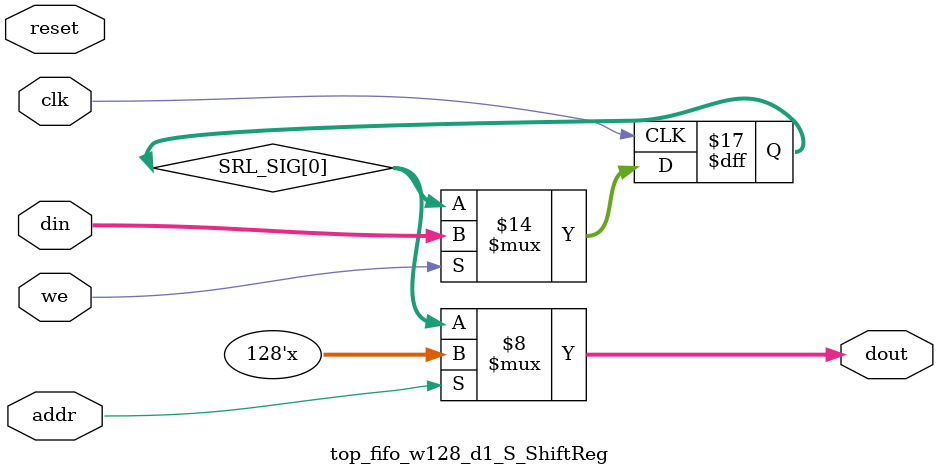
<source format=v>

`timescale 1ns/1ps

module top_fifo_w128_d1_S
#(parameter
    MEM_STYLE    = "shiftReg",
    DATA_WIDTH   = 128,
    ADDR_WIDTH   = 1,
    DEPTH        = 1)
(
    // system signal
    input  wire                  clk,
    input  wire                  reset,

    // write
    output wire                  if_full_n,
    input  wire                  if_write_ce,
    input  wire                  if_write,
    input  wire [DATA_WIDTH-1:0] if_din,
    
    // read 
    output wire [ADDR_WIDTH:0]   if_num_data_valid, // for FRP
    output wire [ADDR_WIDTH:0]   if_fifo_cap,       // for FRP

    output wire                  if_empty_n,
    input  wire                  if_read_ce,
    input  wire                  if_read,
    output wire [DATA_WIDTH-1:0] if_dout
);
//------------------------Parameter----------------------

//------------------------Local signal-------------------
    wire [ADDR_WIDTH-1:0] addr;
    wire                  push;
    wire                  pop;
    reg signed [ADDR_WIDTH:0] mOutPtr;
    reg                   empty_n = 1'b0;
    reg                   full_n = 1'b1; 
    // has num_data_valid? 
    reg  [ADDR_WIDTH:0]   num_data_valid; //yes 
//------------------------Instantiation------------------
    top_fifo_w128_d1_S_ShiftReg 
    #(  .DATA_WIDTH (DATA_WIDTH),
        .ADDR_WIDTH (ADDR_WIDTH),
        .DEPTH      (DEPTH))
    U_top_fifo_w128_d1_S_ShiftReg (
        .clk        (clk),
        .we         (push),
        .addr       (addr),
        .din        (if_din),
        .dout       (if_dout)
    );
//------------------------Task and function--------------

//------------------------Body---------------------------
    // num_data_valid 
    assign if_num_data_valid = num_data_valid;
    assign if_fifo_cap       = DEPTH;

    // almost full/empty 

    // program full/empty 

    assign if_full_n  = full_n; 
    assign if_empty_n = empty_n;

    assign push       = full_n & if_write_ce & if_write;
    assign pop        = empty_n & if_read_ce & if_read;

    assign addr       = mOutPtr[ADDR_WIDTH] == 1'b0 ? mOutPtr[ADDR_WIDTH-1:0] : {ADDR_WIDTH{1'b0}};

    // mOutPtr
    always @(posedge clk) begin
        if (reset)
            mOutPtr <= {ADDR_WIDTH+1{1'b1}};
        else if (push & ~pop)
            mOutPtr <= mOutPtr + 1'b1;
        else if (~push & pop)
            mOutPtr <= mOutPtr - 1'b1;
    end

    // full_n
    always @(posedge clk) begin
        if (reset)
            full_n <= 1'b1;
        else if ((push & ~pop) && (mOutPtr == DEPTH - 2))
            full_n <= 1'b0;
        else if (~push & pop)
            full_n <= 1'b1;
    end

    // empty_n
    always @(posedge clk) begin
        if (reset)
            empty_n <= 1'b0;
        else if (push & ~pop)
            empty_n <= 1'b1;
        else if ((~push & pop) && (mOutPtr == 0))
            empty_n <= 1'b0;
    end

    // almost_full_n 

    // almost_empty_n 

    // prog_full_n 
 
    // prog_empty_n 

    // num_data_valid 
    always @(posedge clk) begin
        if (reset)
            num_data_valid <= {ADDR_WIDTH+1{1'b0}};
        else if ( push & ~pop)
            num_data_valid <= num_data_valid + 1;
        else if (~push & pop)
            num_data_valid <= num_data_valid - 1;
    end // 

endmodule  


module top_fifo_w128_d1_S_ShiftReg
#(parameter
    DATA_WIDTH  = 128,
    ADDR_WIDTH  = 1,
    DEPTH       = 1)
(
    input  wire                  clk,
    input  wire                  reset,
    input  wire                  we,
    input  wire [ADDR_WIDTH-1:0] addr,
    input  wire [DATA_WIDTH-1:0] din,
    output wire [DATA_WIDTH-1:0] dout
);

    reg [DATA_WIDTH-1:0] SRL_SIG [0:DEPTH-1];
    integer i;

    always @ (posedge clk) begin
        if (we) begin
            for (i=0; i<DEPTH-1; i=i+1)
                SRL_SIG[i+1] <= SRL_SIG[i];
            SRL_SIG[0] <= din;
        end
    end

    assign dout = SRL_SIG[addr];

endmodule
</source>
